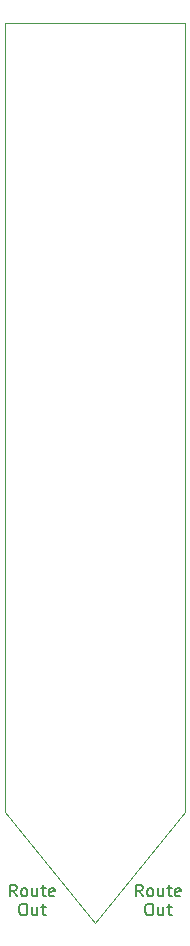
<source format=gko>
%TF.GenerationSoftware,KiCad,Pcbnew,9.0.4*%
%TF.CreationDate,2026-01-16T11:12:57-07:00*%
%TF.ProjectId,SparkFun_Capacitive_Soil_Moisture_Sensor,53706172-6b46-4756-9e5f-436170616369,v10*%
%TF.SameCoordinates,Original*%
%TF.FileFunction,Soldermask,Bot*%
%TF.FilePolarity,Negative*%
%FSLAX46Y46*%
G04 Gerber Fmt 4.6, Leading zero omitted, Abs format (unit mm)*
G04 Created by KiCad (PCBNEW 9.0.4) date 2026-01-16 11:12:57*
%MOMM*%
%LPD*%
G01*
G04 APERTURE LIST*
%TA.AperFunction,Profile*%
%ADD10C,0.100000*%
%TD*%
%ADD11C,0.150000*%
G04 APERTURE END LIST*
D10*
X15240000Y-66802000D02*
X7620000Y-76200000D01*
X0Y-66802000D01*
X0Y0D01*
X15240000Y0D01*
X15240000Y-66802000D01*
D11*
X976475Y-73951875D02*
X643142Y-73475684D01*
X405047Y-73951875D02*
X405047Y-72951875D01*
X405047Y-72951875D02*
X785999Y-72951875D01*
X785999Y-72951875D02*
X881237Y-72999494D01*
X881237Y-72999494D02*
X928856Y-73047113D01*
X928856Y-73047113D02*
X976475Y-73142351D01*
X976475Y-73142351D02*
X976475Y-73285208D01*
X976475Y-73285208D02*
X928856Y-73380446D01*
X928856Y-73380446D02*
X881237Y-73428065D01*
X881237Y-73428065D02*
X785999Y-73475684D01*
X785999Y-73475684D02*
X405047Y-73475684D01*
X1547904Y-73951875D02*
X1452666Y-73904256D01*
X1452666Y-73904256D02*
X1405047Y-73856636D01*
X1405047Y-73856636D02*
X1357428Y-73761398D01*
X1357428Y-73761398D02*
X1357428Y-73475684D01*
X1357428Y-73475684D02*
X1405047Y-73380446D01*
X1405047Y-73380446D02*
X1452666Y-73332827D01*
X1452666Y-73332827D02*
X1547904Y-73285208D01*
X1547904Y-73285208D02*
X1690761Y-73285208D01*
X1690761Y-73285208D02*
X1785999Y-73332827D01*
X1785999Y-73332827D02*
X1833618Y-73380446D01*
X1833618Y-73380446D02*
X1881237Y-73475684D01*
X1881237Y-73475684D02*
X1881237Y-73761398D01*
X1881237Y-73761398D02*
X1833618Y-73856636D01*
X1833618Y-73856636D02*
X1785999Y-73904256D01*
X1785999Y-73904256D02*
X1690761Y-73951875D01*
X1690761Y-73951875D02*
X1547904Y-73951875D01*
X2738380Y-73285208D02*
X2738380Y-73951875D01*
X2309809Y-73285208D02*
X2309809Y-73809017D01*
X2309809Y-73809017D02*
X2357428Y-73904256D01*
X2357428Y-73904256D02*
X2452666Y-73951875D01*
X2452666Y-73951875D02*
X2595523Y-73951875D01*
X2595523Y-73951875D02*
X2690761Y-73904256D01*
X2690761Y-73904256D02*
X2738380Y-73856636D01*
X3071714Y-73285208D02*
X3452666Y-73285208D01*
X3214571Y-72951875D02*
X3214571Y-73809017D01*
X3214571Y-73809017D02*
X3262190Y-73904256D01*
X3262190Y-73904256D02*
X3357428Y-73951875D01*
X3357428Y-73951875D02*
X3452666Y-73951875D01*
X4166952Y-73904256D02*
X4071714Y-73951875D01*
X4071714Y-73951875D02*
X3881238Y-73951875D01*
X3881238Y-73951875D02*
X3786000Y-73904256D01*
X3786000Y-73904256D02*
X3738381Y-73809017D01*
X3738381Y-73809017D02*
X3738381Y-73428065D01*
X3738381Y-73428065D02*
X3786000Y-73332827D01*
X3786000Y-73332827D02*
X3881238Y-73285208D01*
X3881238Y-73285208D02*
X4071714Y-73285208D01*
X4071714Y-73285208D02*
X4166952Y-73332827D01*
X4166952Y-73332827D02*
X4214571Y-73428065D01*
X4214571Y-73428065D02*
X4214571Y-73523303D01*
X4214571Y-73523303D02*
X3738381Y-73618541D01*
X1452666Y-74561819D02*
X1643142Y-74561819D01*
X1643142Y-74561819D02*
X1738380Y-74609438D01*
X1738380Y-74609438D02*
X1833618Y-74704676D01*
X1833618Y-74704676D02*
X1881237Y-74895152D01*
X1881237Y-74895152D02*
X1881237Y-75228485D01*
X1881237Y-75228485D02*
X1833618Y-75418961D01*
X1833618Y-75418961D02*
X1738380Y-75514200D01*
X1738380Y-75514200D02*
X1643142Y-75561819D01*
X1643142Y-75561819D02*
X1452666Y-75561819D01*
X1452666Y-75561819D02*
X1357428Y-75514200D01*
X1357428Y-75514200D02*
X1262190Y-75418961D01*
X1262190Y-75418961D02*
X1214571Y-75228485D01*
X1214571Y-75228485D02*
X1214571Y-74895152D01*
X1214571Y-74895152D02*
X1262190Y-74704676D01*
X1262190Y-74704676D02*
X1357428Y-74609438D01*
X1357428Y-74609438D02*
X1452666Y-74561819D01*
X2738380Y-74895152D02*
X2738380Y-75561819D01*
X2309809Y-74895152D02*
X2309809Y-75418961D01*
X2309809Y-75418961D02*
X2357428Y-75514200D01*
X2357428Y-75514200D02*
X2452666Y-75561819D01*
X2452666Y-75561819D02*
X2595523Y-75561819D01*
X2595523Y-75561819D02*
X2690761Y-75514200D01*
X2690761Y-75514200D02*
X2738380Y-75466580D01*
X3071714Y-74895152D02*
X3452666Y-74895152D01*
X3214571Y-74561819D02*
X3214571Y-75418961D01*
X3214571Y-75418961D02*
X3262190Y-75514200D01*
X3262190Y-75514200D02*
X3357428Y-75561819D01*
X3357428Y-75561819D02*
X3452666Y-75561819D01*
X11644475Y-73951875D02*
X11311142Y-73475684D01*
X11073047Y-73951875D02*
X11073047Y-72951875D01*
X11073047Y-72951875D02*
X11453999Y-72951875D01*
X11453999Y-72951875D02*
X11549237Y-72999494D01*
X11549237Y-72999494D02*
X11596856Y-73047113D01*
X11596856Y-73047113D02*
X11644475Y-73142351D01*
X11644475Y-73142351D02*
X11644475Y-73285208D01*
X11644475Y-73285208D02*
X11596856Y-73380446D01*
X11596856Y-73380446D02*
X11549237Y-73428065D01*
X11549237Y-73428065D02*
X11453999Y-73475684D01*
X11453999Y-73475684D02*
X11073047Y-73475684D01*
X12215904Y-73951875D02*
X12120666Y-73904256D01*
X12120666Y-73904256D02*
X12073047Y-73856636D01*
X12073047Y-73856636D02*
X12025428Y-73761398D01*
X12025428Y-73761398D02*
X12025428Y-73475684D01*
X12025428Y-73475684D02*
X12073047Y-73380446D01*
X12073047Y-73380446D02*
X12120666Y-73332827D01*
X12120666Y-73332827D02*
X12215904Y-73285208D01*
X12215904Y-73285208D02*
X12358761Y-73285208D01*
X12358761Y-73285208D02*
X12453999Y-73332827D01*
X12453999Y-73332827D02*
X12501618Y-73380446D01*
X12501618Y-73380446D02*
X12549237Y-73475684D01*
X12549237Y-73475684D02*
X12549237Y-73761398D01*
X12549237Y-73761398D02*
X12501618Y-73856636D01*
X12501618Y-73856636D02*
X12453999Y-73904256D01*
X12453999Y-73904256D02*
X12358761Y-73951875D01*
X12358761Y-73951875D02*
X12215904Y-73951875D01*
X13406380Y-73285208D02*
X13406380Y-73951875D01*
X12977809Y-73285208D02*
X12977809Y-73809017D01*
X12977809Y-73809017D02*
X13025428Y-73904256D01*
X13025428Y-73904256D02*
X13120666Y-73951875D01*
X13120666Y-73951875D02*
X13263523Y-73951875D01*
X13263523Y-73951875D02*
X13358761Y-73904256D01*
X13358761Y-73904256D02*
X13406380Y-73856636D01*
X13739714Y-73285208D02*
X14120666Y-73285208D01*
X13882571Y-72951875D02*
X13882571Y-73809017D01*
X13882571Y-73809017D02*
X13930190Y-73904256D01*
X13930190Y-73904256D02*
X14025428Y-73951875D01*
X14025428Y-73951875D02*
X14120666Y-73951875D01*
X14834952Y-73904256D02*
X14739714Y-73951875D01*
X14739714Y-73951875D02*
X14549238Y-73951875D01*
X14549238Y-73951875D02*
X14454000Y-73904256D01*
X14454000Y-73904256D02*
X14406381Y-73809017D01*
X14406381Y-73809017D02*
X14406381Y-73428065D01*
X14406381Y-73428065D02*
X14454000Y-73332827D01*
X14454000Y-73332827D02*
X14549238Y-73285208D01*
X14549238Y-73285208D02*
X14739714Y-73285208D01*
X14739714Y-73285208D02*
X14834952Y-73332827D01*
X14834952Y-73332827D02*
X14882571Y-73428065D01*
X14882571Y-73428065D02*
X14882571Y-73523303D01*
X14882571Y-73523303D02*
X14406381Y-73618541D01*
X12120666Y-74561819D02*
X12311142Y-74561819D01*
X12311142Y-74561819D02*
X12406380Y-74609438D01*
X12406380Y-74609438D02*
X12501618Y-74704676D01*
X12501618Y-74704676D02*
X12549237Y-74895152D01*
X12549237Y-74895152D02*
X12549237Y-75228485D01*
X12549237Y-75228485D02*
X12501618Y-75418961D01*
X12501618Y-75418961D02*
X12406380Y-75514200D01*
X12406380Y-75514200D02*
X12311142Y-75561819D01*
X12311142Y-75561819D02*
X12120666Y-75561819D01*
X12120666Y-75561819D02*
X12025428Y-75514200D01*
X12025428Y-75514200D02*
X11930190Y-75418961D01*
X11930190Y-75418961D02*
X11882571Y-75228485D01*
X11882571Y-75228485D02*
X11882571Y-74895152D01*
X11882571Y-74895152D02*
X11930190Y-74704676D01*
X11930190Y-74704676D02*
X12025428Y-74609438D01*
X12025428Y-74609438D02*
X12120666Y-74561819D01*
X13406380Y-74895152D02*
X13406380Y-75561819D01*
X12977809Y-74895152D02*
X12977809Y-75418961D01*
X12977809Y-75418961D02*
X13025428Y-75514200D01*
X13025428Y-75514200D02*
X13120666Y-75561819D01*
X13120666Y-75561819D02*
X13263523Y-75561819D01*
X13263523Y-75561819D02*
X13358761Y-75514200D01*
X13358761Y-75514200D02*
X13406380Y-75466580D01*
X13739714Y-74895152D02*
X14120666Y-74895152D01*
X13882571Y-74561819D02*
X13882571Y-75418961D01*
X13882571Y-75418961D02*
X13930190Y-75514200D01*
X13930190Y-75514200D02*
X14025428Y-75561819D01*
X14025428Y-75561819D02*
X14120666Y-75561819D01*
M02*

</source>
